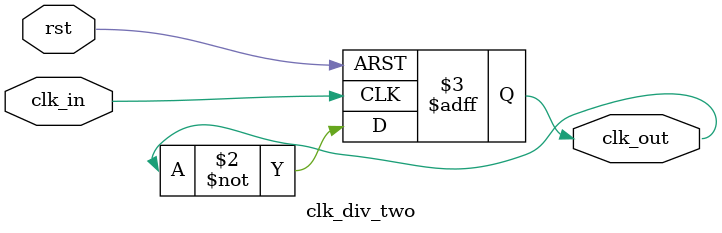
<source format=v>
module clk_div_two(clk_in,rst,clk_out);
input clk_in, rst;
output reg clk_out;
always @(posedge clk_in or posedge rst) begin
if (rst)
clk_out <= 0;
else
clk_out <= ~clk_out;
end
endmodule

</source>
